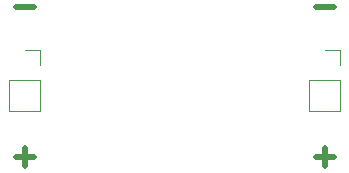
<source format=gbr>
%TF.GenerationSoftware,KiCad,Pcbnew,(6.0.4)*%
%TF.CreationDate,2022-07-19T15:21:12-07:00*%
%TF.ProjectId,Contact Side,436f6e74-6163-4742-9053-6964652e6b69,rev?*%
%TF.SameCoordinates,Original*%
%TF.FileFunction,Legend,Top*%
%TF.FilePolarity,Positive*%
%FSLAX46Y46*%
G04 Gerber Fmt 4.6, Leading zero omitted, Abs format (unit mm)*
G04 Created by KiCad (PCBNEW (6.0.4)) date 2022-07-19 15:21:12*
%MOMM*%
%LPD*%
G01*
G04 APERTURE LIST*
%ADD10C,0.500000*%
%ADD11C,0.120000*%
G04 APERTURE END LIST*
D10*
X13461904Y-5222857D02*
X11938095Y-5222857D01*
X13461904Y-17922857D02*
X11938095Y-17922857D01*
X12700000Y-18684761D02*
X12700000Y-17160952D01*
X-11938095Y-17922857D02*
X-13461904Y-17922857D01*
X-12700000Y-18684761D02*
X-12700000Y-17160952D01*
X-11938095Y-5222857D02*
X-13461904Y-5222857D01*
D11*
%TO.C,D2*%
X-11370000Y-11430000D02*
X-11370000Y-14030000D01*
X-12700000Y-8830000D02*
X-11370000Y-8830000D01*
X-11370000Y-8830000D02*
X-11370000Y-10160000D01*
X-14030000Y-11430000D02*
X-11370000Y-11430000D01*
X-14030000Y-14030000D02*
X-11370000Y-14030000D01*
X-14030000Y-11430000D02*
X-14030000Y-14030000D01*
%TO.C,D1*%
X11370000Y-11430000D02*
X14030000Y-11430000D01*
X14030000Y-8830000D02*
X14030000Y-10160000D01*
X14030000Y-11430000D02*
X14030000Y-14030000D01*
X11370000Y-11430000D02*
X11370000Y-14030000D01*
X11370000Y-14030000D02*
X14030000Y-14030000D01*
X12700000Y-8830000D02*
X14030000Y-8830000D01*
%TD*%
M02*

</source>
